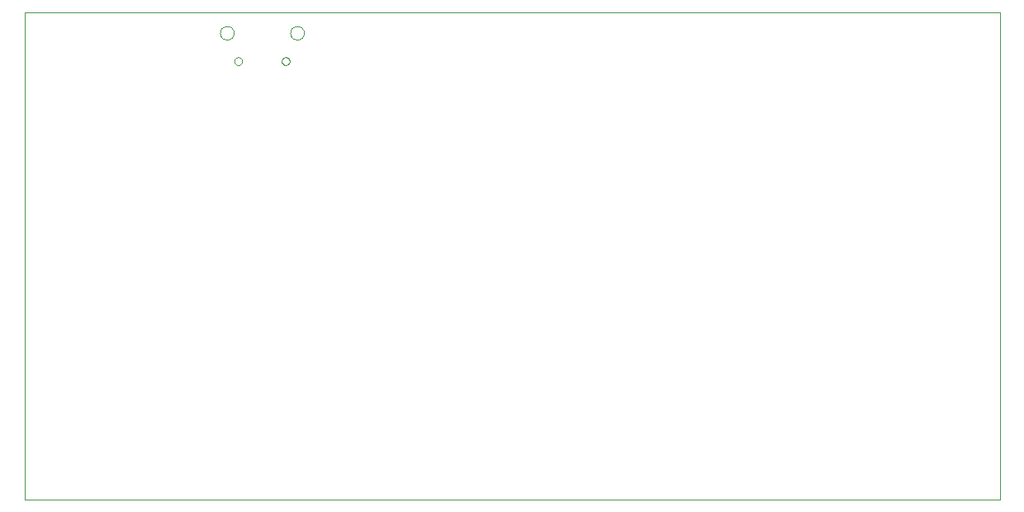
<source format=gbo>
G75*
G70*
%OFA0B0*%
%FSLAX24Y24*%
%IPPOS*%
%LPD*%
%AMOC8*
5,1,8,0,0,1.08239X$1,22.5*
%
%ADD10C,0.0010*%
%ADD11C,0.0000*%
D10*
X002650Y000376D02*
X002650Y020061D01*
X042020Y020061D01*
X042020Y000376D01*
X002650Y000376D01*
D11*
X011123Y018077D02*
X011125Y018102D01*
X011131Y018126D01*
X011140Y018148D01*
X011153Y018169D01*
X011169Y018188D01*
X011188Y018204D01*
X011209Y018217D01*
X011231Y018226D01*
X011255Y018232D01*
X011280Y018234D01*
X011305Y018232D01*
X011329Y018226D01*
X011351Y018217D01*
X011372Y018204D01*
X011391Y018188D01*
X011407Y018169D01*
X011420Y018148D01*
X011429Y018126D01*
X011435Y018102D01*
X011437Y018077D01*
X011435Y018052D01*
X011429Y018028D01*
X011420Y018006D01*
X011407Y017985D01*
X011391Y017966D01*
X011372Y017950D01*
X011351Y017937D01*
X011329Y017928D01*
X011305Y017922D01*
X011280Y017920D01*
X011255Y017922D01*
X011231Y017928D01*
X011209Y017937D01*
X011188Y017950D01*
X011169Y017966D01*
X011153Y017985D01*
X011140Y018006D01*
X011131Y018028D01*
X011125Y018052D01*
X011123Y018077D01*
X010542Y019219D02*
X010544Y019252D01*
X010550Y019284D01*
X010559Y019315D01*
X010572Y019345D01*
X010589Y019373D01*
X010609Y019399D01*
X010632Y019423D01*
X010657Y019443D01*
X010685Y019461D01*
X010714Y019475D01*
X010745Y019485D01*
X010777Y019492D01*
X010810Y019495D01*
X010843Y019494D01*
X010875Y019489D01*
X010906Y019480D01*
X010937Y019468D01*
X010965Y019452D01*
X010992Y019433D01*
X011016Y019411D01*
X011037Y019386D01*
X011056Y019359D01*
X011071Y019330D01*
X011082Y019300D01*
X011090Y019268D01*
X011094Y019235D01*
X011094Y019203D01*
X011090Y019170D01*
X011082Y019138D01*
X011071Y019108D01*
X011056Y019079D01*
X011037Y019052D01*
X011016Y019027D01*
X010992Y019005D01*
X010965Y018986D01*
X010937Y018970D01*
X010906Y018958D01*
X010875Y018949D01*
X010843Y018944D01*
X010810Y018943D01*
X010777Y018946D01*
X010745Y018953D01*
X010714Y018963D01*
X010685Y018977D01*
X010657Y018995D01*
X010632Y019015D01*
X010609Y019039D01*
X010589Y019065D01*
X010572Y019093D01*
X010559Y019123D01*
X010550Y019154D01*
X010544Y019186D01*
X010542Y019219D01*
X013033Y018077D02*
X013035Y018102D01*
X013041Y018126D01*
X013050Y018148D01*
X013063Y018169D01*
X013079Y018188D01*
X013098Y018204D01*
X013119Y018217D01*
X013141Y018226D01*
X013165Y018232D01*
X013190Y018234D01*
X013215Y018232D01*
X013239Y018226D01*
X013261Y018217D01*
X013282Y018204D01*
X013301Y018188D01*
X013317Y018169D01*
X013330Y018148D01*
X013339Y018126D01*
X013345Y018102D01*
X013347Y018077D01*
X013345Y018052D01*
X013339Y018028D01*
X013330Y018006D01*
X013317Y017985D01*
X013301Y017966D01*
X013282Y017950D01*
X013261Y017937D01*
X013239Y017928D01*
X013215Y017922D01*
X013190Y017920D01*
X013165Y017922D01*
X013141Y017928D01*
X013119Y017937D01*
X013098Y017950D01*
X013079Y017966D01*
X013063Y017985D01*
X013050Y018006D01*
X013041Y018028D01*
X013035Y018052D01*
X013033Y018077D01*
X013376Y019219D02*
X013378Y019252D01*
X013384Y019284D01*
X013393Y019315D01*
X013406Y019345D01*
X013423Y019373D01*
X013443Y019399D01*
X013466Y019423D01*
X013491Y019443D01*
X013519Y019461D01*
X013548Y019475D01*
X013579Y019485D01*
X013611Y019492D01*
X013644Y019495D01*
X013677Y019494D01*
X013709Y019489D01*
X013740Y019480D01*
X013771Y019468D01*
X013799Y019452D01*
X013826Y019433D01*
X013850Y019411D01*
X013871Y019386D01*
X013890Y019359D01*
X013905Y019330D01*
X013916Y019300D01*
X013924Y019268D01*
X013928Y019235D01*
X013928Y019203D01*
X013924Y019170D01*
X013916Y019138D01*
X013905Y019108D01*
X013890Y019079D01*
X013871Y019052D01*
X013850Y019027D01*
X013826Y019005D01*
X013799Y018986D01*
X013771Y018970D01*
X013740Y018958D01*
X013709Y018949D01*
X013677Y018944D01*
X013644Y018943D01*
X013611Y018946D01*
X013579Y018953D01*
X013548Y018963D01*
X013519Y018977D01*
X013491Y018995D01*
X013466Y019015D01*
X013443Y019039D01*
X013423Y019065D01*
X013406Y019093D01*
X013393Y019123D01*
X013384Y019154D01*
X013378Y019186D01*
X013376Y019219D01*
M02*

</source>
